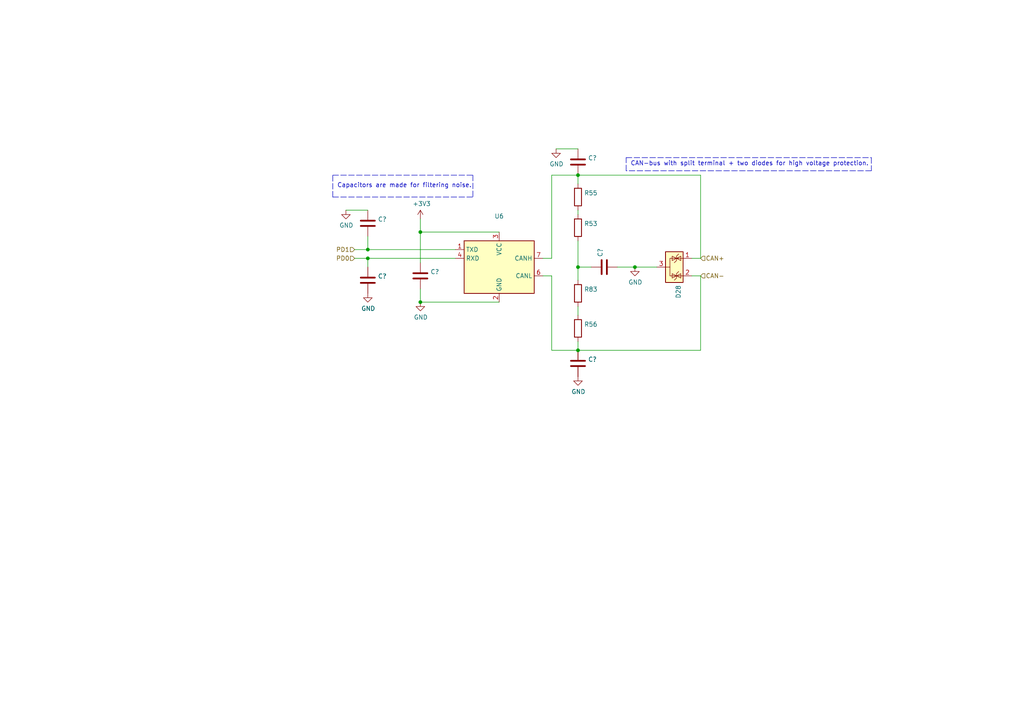
<source format=kicad_sch>
(kicad_sch (version 20211123) (generator eeschema)
  (paper "A4")
  (lib_symbols
    (symbol "DAC-ADC-PWM-IO-rescue:+3.3V-power" (power) (pin_names (offset 0))
      (property "Value" "+3.3V-power" (at 0 3.556 0))
      (symbol "+3.3V-power_0_1"
        (polyline (pts (xy -0.762 1.27) (xy 0 2.54)))
        (polyline (pts (xy 0 0) (xy 0 2.54)))
        (polyline (pts (xy 0 2.54) (xy 0.762 1.27)))
      )
      (symbol "+3.3V-power_1_1"
        (pin power_in line (at 0 0 90) (length 0) hide (name "+3V3") (number "1"))
      )
    )
    (symbol "Device:C" (pin_numbers hide) (pin_names (offset 0.254))
      (property "Reference" "C" (at 0.635 2.54 0))
      (property "Value" "C" (at 0.635 -2.54 0))
      (symbol "C_0_1"
        (polyline (pts (xy -2.032 -0.762) (xy 2.032 -0.762)) (stroke (width 0.508)))
        (polyline (pts (xy -2.032 0.762) (xy 2.032 0.762)) (stroke (width 0.508)))
      )
      (symbol "C_1_1"
        (pin passive line (at 0 3.81 270) (length 2.794) (name "~") (number "1"))
        (pin passive line (at 0 -3.81 90) (length 2.794) (name "~") (number "2"))
      )
    )
    (symbol "Device:R" (pin_numbers hide) (pin_names (offset 0))
      (property "Reference" "R" (at 2.032 0 90))
      (property "Value" "R" (at 0 0 90))
      (symbol "R_0_1"
        (rectangle (start -1.016 -2.54) (end 1.016 2.54) (stroke (width 0.254)))
      )
      (symbol "R_1_1"
        (pin passive line (at 0 3.81 270) (length 1.27) (name "~") (number "1"))
        (pin passive line (at 0 -3.81 90) (length 1.27) (name "~") (number "2"))
      )
    )
    (symbol "Interface_CAN_LIN:TCAN332"
      (property "Reference" "U" (at -10.16 8.89 0))
      (property "Value" "TCAN332" (at 2.54 8.89 0))
      (symbol "TCAN332_0_1"
        (rectangle (start -10.16 7.62) (end 10.16 -7.62) (stroke (width 0.254)) (fill (type background)))
      )
      (symbol "TCAN332_1_1"
        (pin input line (at -12.7 5.08 0) (length 2.54) (name "TXD") (number "1"))
        (pin power_in line (at 0 -10.16 90) (length 2.54) (name "GND") (number "2"))
        (pin power_in line (at 0 10.16 270) (length 2.54) (name "VCC") (number "3"))
        (pin tri_state line (at -12.7 2.54 0) (length 2.54) (name "RXD") (number "4"))
        (pin no_connect line (at -10.16 -2.54 0) (length 2.54) hide (name "NC") (number "5"))
        (pin bidirectional line (at 12.7 -2.54 180) (length 2.54) (name "CANL") (number "6"))
        (pin bidirectional line (at 12.7 2.54 180) (length 2.54) (name "CANH") (number "7"))
        (pin no_connect line (at -10.16 -5.08 0) (length 2.54) hide (name "NC") (number "8"))
      )
    )
    (symbol "Power_Protection:NUP2105L" (pin_names hide)
      (property "Reference" "D" (at 5.715 2.54 0))
      (property "Value" "NUP2105L" (at 5.715 0.635 0))
      (symbol "NUP2105L_0_0"
        (pin passive line (at 0 -5.08 90) (length 2.54) (name "A") (number "3"))
      )
      (symbol "NUP2105L_0_1"
        (rectangle (start -4.445 2.54) (end 4.445 -2.54) (stroke (width 0.254)) (fill (type background)))
        (polyline (pts (xy -2.54 2.54) (xy -2.54 0.635)))
        (polyline (pts (xy 0 -1.27) (xy 0 -2.54)))
        (polyline (pts (xy 2.54 2.54) (xy 2.54 0.635)))
        (polyline (pts (xy -3.81 1.27) (xy -3.175 0.635) (xy -1.905 0.635) (xy -1.27 0)))
        (polyline (pts (xy -2.54 0.635) (xy -2.54 -1.27) (xy 2.54 -1.27) (xy 2.54 0.635)))
        (polyline (pts (xy -2.54 0.635) (xy -1.905 -0.635) (xy -3.175 -0.635) (xy -2.54 0.635)))
        (polyline (pts (xy 2.54 0.635) (xy 1.905 -0.635) (xy 3.175 -0.635) (xy 2.54 0.635)))
        (polyline (pts (xy 2.54 0.635) (xy 3.175 1.905) (xy 1.905 1.905) (xy 2.54 0.635)))
        (polyline (pts (xy -2.54 0.635) (xy -3.175 1.905) (xy -1.905 1.905) (xy -2.54 0.635) (xy -2.54 1.27)))
        (polyline (pts (xy 1.27 1.27) (xy 1.905 0.635) (xy 2.54 0.635) (xy 3.175 0.635) (xy 3.81 0)))
      )
      (symbol "NUP2105L_1_1"
        (pin passive line (at -2.54 5.08 270) (length 2.54) (name "K") (number "1"))
        (pin passive line (at 2.54 5.08 270) (length 2.54) (name "K") (number "2"))
      )
    )
    (symbol "power:GND" (power) (pin_names (offset 0))
      (property "Value" "GND" (at 0 -3.81 0))
      (symbol "GND_0_1"
        (polyline (pts (xy 0 0) (xy 0 -1.27) (xy 1.27 -1.27) (xy 0 -2.54) (xy -1.27 -1.27) (xy 0 -1.27)))
      )
      (symbol "GND_1_1"
        (pin power_in line (at 0 0 270) (length 0) hide (name "GND") (number "1"))
      )
    )
  )
  (junction (at 167.64 77.47))
  (junction (at 121.92 87.63))
  (junction (at 167.64 101.6))
  (junction (at 167.64 50.8))
  (junction (at 106.68 72.39))
  (junction (at 121.92 67.31))
  (junction (at 106.68 74.93))
  (junction (at 184.15 77.47))
  (wire (pts (xy 167.64 50.8) (xy 160.02 50.8)))
  (wire (pts (xy 106.68 60.96) (xy 100.33 60.96)))
  (wire (pts (xy 167.64 53.34) (xy 167.64 50.8)))
  (polyline (pts (xy 137.16 50.8) (xy 137.16 57.15)))
  (polyline (pts (xy 96.52 50.8) (xy 137.16 50.8)))
  (wire (pts (xy 167.64 101.6) (xy 203.2 101.6)))
  (wire (pts (xy 157.48 74.93) (xy 160.02 74.93)))
  (wire (pts (xy 203.2 80.01) (xy 203.2 101.6)))
  (wire (pts (xy 203.2 80.01) (xy 200.66 80.01)))
  (wire (pts (xy 167.64 99.06) (xy 167.64 101.6)))
  (wire (pts (xy 167.64 88.9) (xy 167.64 91.44)))
  (wire (pts (xy 160.02 80.01) (xy 157.48 80.01)))
  (wire (pts (xy 179.07 77.47) (xy 184.15 77.47)))
  (polyline (pts (xy 252.73 45.72) (xy 252.73 49.53)))
  (wire (pts (xy 160.02 50.8) (xy 160.02 74.93)))
  (wire (pts (xy 106.68 72.39) (xy 102.87 72.39)))
  (wire (pts (xy 203.2 74.93) (xy 200.66 74.93)))
  (polyline (pts (xy 181.61 49.53) (xy 181.61 45.72)))
  (wire (pts (xy 121.92 67.31) (xy 144.78 67.31)))
  (polyline (pts (xy 96.52 57.15) (xy 137.16 57.15)))
  (polyline (pts (xy 181.61 45.72) (xy 252.73 45.72)))
  (wire (pts (xy 102.87 74.93) (xy 106.68 74.93)))
  (wire (pts (xy 121.92 83.82) (xy 121.92 87.63)))
  (wire (pts (xy 167.64 69.85) (xy 167.64 77.47)))
  (wire (pts (xy 106.68 74.93) (xy 132.08 74.93)))
  (wire (pts (xy 167.64 77.47) (xy 167.64 81.28)))
  (wire (pts (xy 167.64 62.23) (xy 167.64 60.96)))
  (wire (pts (xy 132.08 72.39) (xy 106.68 72.39)))
  (wire (pts (xy 121.92 76.2) (xy 121.92 67.31)))
  (wire (pts (xy 184.15 77.47) (xy 190.5 77.47)))
  (wire (pts (xy 121.92 87.63) (xy 144.78 87.63)))
  (wire (pts (xy 203.2 50.8) (xy 167.64 50.8)))
  (wire (pts (xy 106.68 77.47) (xy 106.68 74.93)))
  (wire (pts (xy 106.68 68.58) (xy 106.68 72.39)))
  (wire (pts (xy 171.45 77.47) (xy 167.64 77.47)))
  (polyline (pts (xy 252.73 49.53) (xy 181.61 49.53)))
  (wire (pts (xy 203.2 50.8) (xy 203.2 74.93)))
  (wire (pts (xy 161.29 43.18) (xy 167.64 43.18)))
  (polyline (pts (xy 96.52 57.15) (xy 96.52 50.8)))
  (wire (pts (xy 167.64 101.6) (xy 160.02 101.6)))
  (wire (pts (xy 160.02 80.01) (xy 160.02 101.6)))
  (wire (pts (xy 121.92 67.31) (xy 121.92 63.5)))
  (text "Capacitors are made for filtering noise." (at 97.79 54.61 0) (effects (font (size 1.27 1.27)) (justify left bottom)))
  (text "CAN-bus with split terminal + two diodes for high voltage protection." (at 182.88 48.26 0) (effects (font (size 1.27 1.27)) (justify left bottom)))
  (hierarchical_label "CAN-" (shape input) (at 203.2 80.01 0))
  (hierarchical_label "PD1" (shape input) (at 102.87 72.39 180))
  (hierarchical_label "PD0" (shape input) (at 102.87 74.93 180))
  (hierarchical_label "CAN+" (shape input) (at 203.2 74.93 0))
  (symbol (lib_id "DAC-ADC-PWM-IO-rescue:+3.3V-power") (at 121.92 63.5 0) (unit 1)
    (property "Reference" "#PWR079" (effects hide))
  )
  (symbol (lib_id "Device:C") (at 121.92 80.01 0) (unit 1)
    (property "Reference" "C?" (at 124.841 78.8416 0) (effects (justify left)))
    (property "Datasheet" "187-CL10B103KO8NNNC" (effects hide))
    (property "LCSC" "C57112" (effects hide))
    (property "Comment" "Mouser" (effects hide))
  )
  (symbol (lib_id "power:GND") (at 121.92 87.63 0) (unit 1)
    (property "Reference" "#PWR081" (effects hide))
  )
  (symbol (lib_id "power:GND") (at 184.15 77.47 0) (unit 1)
    (property "Reference" "#PWR0109" (effects hide))
  )
  (symbol (lib_id "Device:C") (at 167.64 105.41 0) (unit 1)
    (property "Reference" "C?" (at 170.561 104.2416 0) (effects (justify left)))
    (property "Datasheet" "187-CL10B103KO8NNNC" (effects hide))
    (property "LCSC" "C57112" (effects hide))
    (property "Comment" "Mouser" (effects hide))
  )
  (symbol (lib_id "Device:C") (at 167.64 46.99 0) (unit 1)
    (property "Reference" "C?" (at 170.561 45.8216 0) (effects (justify left)))
    (property "Datasheet" "187-CL10B103KO8NNNC" (effects hide))
    (property "LCSC" "C57112" (effects hide))
    (property "Comment" "Mouser" (effects hide))
  )
  (symbol (lib_id "power:GND") (at 161.29 43.18 0) (unit 1)
    (property "Reference" "#PWR084" (effects hide))
  )
  (symbol (lib_id "power:GND") (at 167.64 109.22 0) (unit 1)
    (property "Reference" "#PWR085" (effects hide))
  )
  (symbol (lib_id "Device:C") (at 106.68 64.77 0) (unit 1)
    (property "Reference" "C?" (at 109.601 63.6016 0) (effects (justify left)))
    (property "Datasheet" "187-CL10B103KO8NNNC" (effects hide))
    (property "LCSC" "C57112" (effects hide))
    (property "Comment" "Mouser" (effects hide))
  )
  (symbol (lib_id "Device:C") (at 106.68 81.28 0) (unit 1)
    (property "Reference" "C?" (at 109.601 80.1116 0) (effects (justify left)))
    (property "Datasheet" "187-CL10B103KO8NNNC" (effects hide))
    (property "LCSC" "C57112" (effects hide))
    (property "Comment" "Mouser" (effects hide))
  )
  (symbol (lib_id "power:GND") (at 106.68 85.09 0) (unit 1)
    (property "Reference" "#PWR087" (effects hide))
  )
  (symbol (lib_id "power:GND") (at 100.33 60.96 0) (unit 1)
    (property "Reference" "#PWR086" (effects hide))
  )
  (symbol (lib_id "Power_Protection:NUP2105L") (at 195.58 77.47 270) (unit 1)
    (property "Reference" "D28" (at 196.7484 82.677 0) (effects (justify left)))
    (property "Datasheet" "576-AQ05-02HTG" (effects hide))
    (property "Mouser Eletronics" "755-MMBZ6V8ALFHT116" (effects hide))
    (property "Comment" "Återanvänd" (effects hide))
  )
  (symbol (lib_id "Interface_CAN_LIN:TCAN332") (at 144.78 77.47 0) (unit 1)
    (property "Reference" "U6" (at 144.78 62.7126 0))
    (property "Datasheet" "595-TCAN332DR" (effects hide))
    (property "Comment" "Återanvänd" (effects hide))
  )
  (symbol (lib_id "Device:R") (at 167.64 85.09 0) (unit 1)
    (property "Reference" "R83" (at 169.418 83.9216 0) (effects (justify left)))
    (property "Datasheet" "667-ERJ-3EKF60R4V" (effects hide))
    (property "LCSC" "C22787" (effects hide))
    (property "Comment" "Mouser" (effects hide))
  )
  (symbol (lib_id "Device:R") (at 167.64 66.04 0) (unit 1)
    (property "Reference" "R53" (at 169.418 64.8716 0) (effects (justify left)))
    (property "Datasheet" "667-ERJ-3EKF60R4V" (effects hide))
    (property "LCSC" "C22787" (effects hide))
    (property "Comment" "Mouser" (effects hide))
  )
  (symbol (lib_id "Device:C") (at 175.26 77.47 90) (unit 1)
    (property "Reference" "C?" (at 174.0916 74.549 0) (effects (justify left)))
    (property "Datasheet" "187-CL10B103KO8NNNC" (effects hide))
    (property "LCSC" "C57112" (effects hide))
    (property "Comment" "Mouser" (effects hide))
  )
  (symbol (lib_id "Device:R") (at 167.64 95.25 0) (unit 1)
    (property "Reference" "R56" (at 169.418 94.0816 0) (effects (justify left)))
  )
  (symbol (lib_id "Device:R") (at 167.64 57.15 0) (unit 1)
    (property "Reference" "R55" (at 169.418 55.9816 0) (effects (justify left)))
  )
)
</source>
